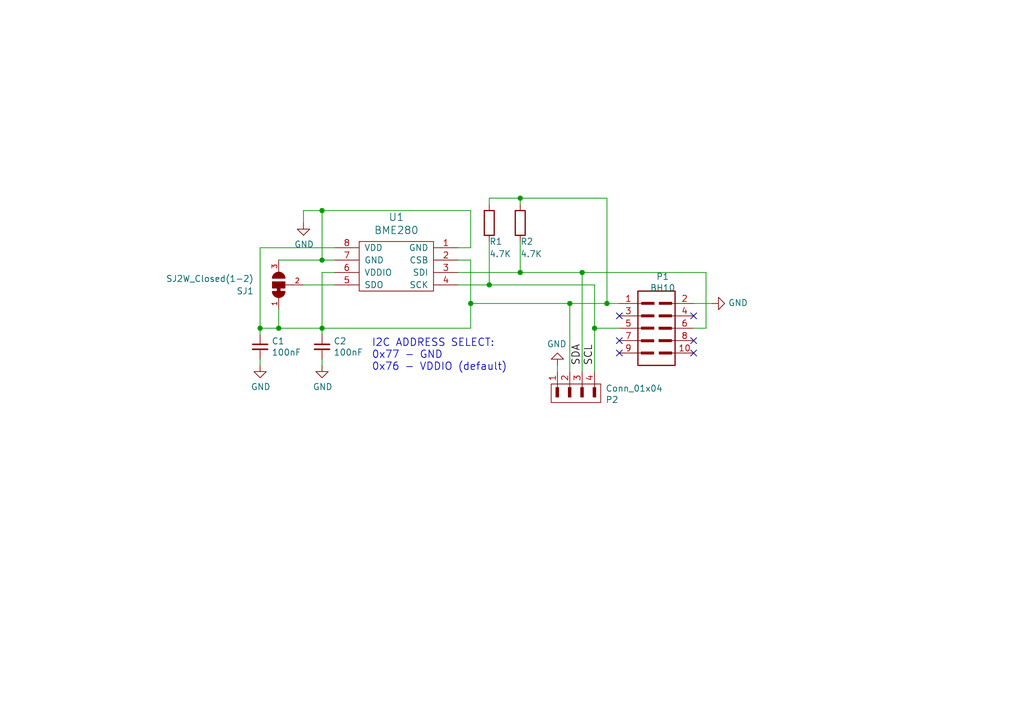
<source format=kicad_sch>
(kicad_sch (version 20230121) (generator eeschema)
  (paper "User" 210.007 148.006)
  (lib_symbols
    (symbol "MOD-BME280_RevA:BH10S" (pin_names (offset 1.016) hide)
      (property "Reference" "CON" (at 0.0508 8.9154 0))
      (property "Value" "BH10S" (at 0.3048 -9.4234 0))
      (symbol "BH10S_0_0"
        (rectangle (start -3.1242 -4.8514) (end -0.5588 -5.3086))
        (rectangle (start -3.1242 -2.3368) (end -0.5588 -2.794))
        (rectangle (start -3.0988 0.254) (end -0.5334 -0.2032))
        (rectangle (start -3.0734 2.7686) (end -0.508 2.3114))
        (rectangle (start -3.048 5.334) (end -0.4826 4.8768))
        (polyline (pts (xy -3.0226 -5.0038) (xy -0.5842 -5.0038) (xy -0.5842 -5.2324) (xy -2.9972 -5.2578) (xy -3.0226 -5.08) (xy -0.7112 -5.08) (xy -0.7112 -5.1562) (xy -2.9972 -5.1054)))
        (polyline (pts (xy -3.0226 0.1016) (xy -0.5842 0.1016) (xy -0.5842 -0.127) (xy -2.9972 -0.1524) (xy -3.0226 0.0254) (xy -0.7112 0.0254) (xy -0.7112 -0.0508) (xy -2.9972 0)))
        (polyline (pts (xy -2.9972 -2.4638) (xy -0.5588 -2.4638) (xy -0.5588 -2.6924) (xy -2.9718 -2.7178) (xy -2.9972 -2.54) (xy -0.6858 -2.54) (xy -0.6858 -2.6162) (xy -2.9718 -2.5654)))
        (polyline (pts (xy -2.9718 2.667) (xy -0.5334 2.667) (xy -0.5334 2.4384) (xy -2.9464 2.413) (xy -2.9718 2.5908) (xy -0.6604 2.5908) (xy -0.6604 2.5146) (xy -2.9464 2.5654)))
        (polyline (pts (xy -2.9464 5.2324) (xy -0.508 5.2324) (xy -0.508 5.0038) (xy -2.921 4.9784) (xy -2.9464 5.1562) (xy -0.635 5.1562) (xy -0.635 5.08) (xy -2.921 5.1308)))
        (polyline (pts (xy 0.5588 0.1016) (xy 2.9972 0.1016) (xy 2.9972 -0.127) (xy 0.5842 -0.1524) (xy 0.5588 0.0254) (xy 2.8702 0.0254) (xy 2.8702 -0.0508) (xy 0.5842 0)))
        (polyline (pts (xy 0.5842 -2.4384) (xy 3.0226 -2.4384) (xy 3.0226 -2.667) (xy 0.6096 -2.6924) (xy 0.5842 -2.5146) (xy 2.8956 -2.5146) (xy 2.8956 -2.5908) (xy 0.6096 -2.54)))
        (polyline (pts (xy 0.5842 2.667) (xy 3.0226 2.667) (xy 3.0226 2.4384) (xy 0.6096 2.413) (xy 0.5842 2.5908) (xy 2.8956 2.5908) (xy 2.8956 2.5146) (xy 0.6096 2.5654)))
        (polyline (pts (xy 0.635 -4.953) (xy 3.0734 -4.953) (xy 3.0734 -5.1816) (xy 0.6604 -5.207) (xy 0.635 -5.0292) (xy 2.9464 -5.0292) (xy 2.9464 -5.1054) (xy 0.6604 -5.0546)))
        (polyline (pts (xy 0.6858 5.2324) (xy 3.1242 5.2324) (xy 3.1242 5.0038) (xy 0.7112 4.9784) (xy 0.6858 5.1562) (xy 2.9972 5.1562) (xy 2.9972 5.08) (xy 0.7112 5.1308)))
        (rectangle (start 0.508 -2.3114) (end 3.0734 -2.7686))
        (rectangle (start 0.508 0.2286) (end 3.0734 -0.2286))
        (rectangle (start 0.5334 2.7686) (end 3.0988 2.3114))
        (rectangle (start 0.5588 -4.8514) (end 3.1242 -5.3086))
        (rectangle (start 0.5588 5.334) (end 3.1242 4.8768))
      )
      (symbol "BH10S_0_1"
        (rectangle (start -3.81 7.62) (end 3.81 -7.62) (stroke (width 0.254)))
        (polyline (pts (xy -3.81 -5.08) (xy -3.048 -5.08)))
        (polyline (pts (xy -3.81 -2.54) (xy -3.048 -2.54)))
        (polyline (pts (xy -3.81 0) (xy -3.048 0)))
        (polyline (pts (xy -3.81 2.54) (xy -3.048 2.54)))
        (polyline (pts (xy -3.81 5.08) (xy -3.048 5.08)))
        (polyline (pts (xy 3.81 -5.08) (xy 3.048 -5.08)))
        (polyline (pts (xy 3.81 -2.54) (xy 3.048 -2.54)))
        (polyline (pts (xy 3.81 0) (xy 3.048 0)))
        (polyline (pts (xy 3.81 2.54) (xy 3.048 2.54)))
        (polyline (pts (xy 3.81 5.08) (xy 3.048 5.08)))
      )
      (symbol "BH10S_1_1"
        (pin passive line (at -7.62 5.08 0) (length 3.7084) (name "1") (number "1"))
        (pin passive line (at 7.62 -5.08 180) (length 3.7084) (name "10") (number "10"))
        (pin passive line (at 7.62 5.08 180) (length 3.7084) (name "2") (number "2"))
        (pin passive line (at -7.62 2.54 0) (length 3.7084) (name "3") (number "3"))
        (pin passive line (at 7.62 2.54 180) (length 3.7084) (name "4") (number "4"))
        (pin passive line (at -7.62 0 0) (length 3.7084) (name "5") (number "5"))
        (pin passive line (at 7.62 0 180) (length 3.7084) (name "6") (number "6"))
        (pin passive line (at -7.62 -2.54 0) (length 3.7084) (name "7") (number "7"))
        (pin passive line (at 7.62 -2.54 180) (length 3.7084) (name "8") (number "8"))
        (pin passive line (at -7.62 -5.08 0) (length 3.7084) (name "9") (number "9"))
      )
    )
    (symbol "MOD-BME280_RevA:BME280" (pin_names (offset 1.016))
      (property "Reference" "U" (at 0 6.35 0))
      (property "Value" "BME280" (at 1.27 -6.35 0))
      (symbol "BME280_0_1"
        (rectangle (start -6.35 5.08) (end 8.89 -5.08))
      )
      (symbol "BME280_1_1"
        (pin power_in line (at 13.97 3.81 180) (length 5.08) (name "GND") (number "1"))
        (pin input line (at 13.97 1.27 180) (length 5.08) (name "CSB") (number "2"))
        (pin bidirectional line (at 13.97 -1.27 180) (length 5.08) (name "SDI") (number "3"))
        (pin input line (at 13.97 -3.81 180) (length 5.08) (name "SCK") (number "4"))
        (pin bidirectional line (at -11.43 -3.81 0) (length 5.08) (name "SDO") (number "5"))
        (pin power_in line (at -11.43 -1.27 0) (length 5.08) (name "VDDIO") (number "6"))
        (pin power_in line (at -11.43 1.27 0) (length 5.08) (name "GND") (number "7"))
        (pin power_in line (at -11.43 3.81 0) (length 5.08) (name "VDD") (number "8"))
      )
    )
    (symbol "MOD-BME280_RevA:CON4" (pin_names (offset 1.016))
      (property "Reference" "CON" (at -1.27 5.08 0))
      (property "Value" "CON4" (at -1.27 -7.62 0))
      (symbol "CON4_0_0"
        (rectangle (start -2.6416 -5.2324) (end -0.8636 -4.8768))
        (rectangle (start -2.6416 -2.6924) (end -0.8636 -2.3368))
        (rectangle (start -2.6416 -0.1524) (end -0.8636 0.2032))
        (rectangle (start -2.6162 -5.1308) (end -0.9652 -5.0292))
        (rectangle (start -2.6162 -2.5908) (end -0.9652 -2.4892))
        (rectangle (start -2.6162 -0.0508) (end -0.9652 0.0508))
        (rectangle (start -2.6162 2.3876) (end -0.8382 2.7432))
        (rectangle (start -2.5908 2.5146) (end -0.9398 2.6162))
        (rectangle (start -0.9652 -4.953) (end -2.6416 -5.1562))
        (rectangle (start -0.9652 -2.413) (end -2.6416 -2.6162))
        (rectangle (start -0.9652 0.127) (end -2.6416 -0.0762))
        (rectangle (start -0.8636 2.6416) (end -2.54 2.4384))
        (rectangle (start -0.7366 -4.7752) (end -2.667 -5.334))
        (rectangle (start -0.7366 -2.2352) (end -2.667 -2.794))
        (rectangle (start -0.7366 0.3048) (end -2.667 -0.254))
        (rectangle (start -0.7366 2.8448) (end -2.667 2.286))
        (polyline (pts (xy 0 -5.08) (xy -0.762 -5.08)))
        (polyline (pts (xy 0 -2.54) (xy -0.762 -2.54)))
        (polyline (pts (xy 0 0) (xy -0.762 0)))
        (polyline (pts (xy 0 2.54) (xy -0.762 2.54)))
      )
      (symbol "CON4_0_1"
        (rectangle (start -3.81 3.81) (end 0 -6.35))
      )
      (symbol "CON4_1_1"
        (pin passive line (at 2.54 2.54 180) (length 2.54) (name "~") (number "1"))
        (pin passive line (at 2.54 0 180) (length 2.54) (name "~") (number "2"))
        (pin passive line (at 2.54 -2.54 180) (length 2.54) (name "~") (number "3"))
        (pin passive line (at 2.54 -5.08 180) (length 2.54) (name "~") (number "4"))
      )
    )
    (symbol "MOD-BME280_RevA:C_Small" (pin_numbers hide) (pin_names (offset 0.254) hide)
      (property "Reference" "C" (at 0.254 1.778 0))
      (property "Value" "C_Small" (at 0.254 -2.032 0))
      (symbol "C_Small_0_1"
        (polyline (pts (xy -1.524 -0.508) (xy 1.524 -0.508)) (stroke (width 0.3302)))
        (polyline (pts (xy -1.524 0.508) (xy 1.524 0.508)) (stroke (width 0.3048)))
      )
      (symbol "C_Small_1_1"
        (pin passive line (at 0 2.54 270) (length 1.905) (name "~") (number "1"))
        (pin passive line (at 0 -2.54 90) (length 2.032) (name "~") (number "2"))
      )
    )
    (symbol "MOD-BME280_RevA:GND" (power) (pin_names (offset 0))
      (property "Value" "GND" (at 0 -3.81 0))
      (symbol "GND_0_1"
        (polyline (pts (xy 0 0) (xy 0 -1.27) (xy 1.27 -1.27) (xy 0 -2.54) (xy -1.27 -1.27) (xy 0 -1.27)))
      )
      (symbol "GND_1_1"
        (pin power_in line (at 0 0 270) (length 0) hide (name "GND") (number "1"))
      )
    )
    (symbol "MOD-BME280_RevA:R" (pin_numbers hide) (pin_names (offset 0))
      (property "Reference" "R" (at 0 2.032 0))
      (property "Value" "R" (at 0 0 0))
      (symbol "R_0_1"
        (rectangle (start 2.54 -1.016) (end -2.54 1.016) (stroke (width 0.254)))
      )
      (symbol "R_1_1"
        (pin passive line (at -3.81 0 0) (length 1.27) (name "~") (number "1"))
        (pin passive line (at 3.81 0 180) (length 1.27) (name "~") (number "2"))
      )
    )
    (symbol "MOD-BME280_RevA:SJ2W_Closed(1-2)" (pin_names (offset 1.016) hide)
      (property "Reference" "SJ" (at 2.54 0.381 0))
      (property "Value" "SJ2W_Closed(1-2)" (at 2.54 -1.905 0))
      (symbol "SJ2W_Closed(1-2)_0_1"
        (polyline (pts (xy 0 1.905) (xy 0 0)) (stroke (width 0.762)))
      )
      (symbol "SJ2W_Closed(1-2)_1_0"
        (polyline (pts (xy -2.54 0) (xy -1.27 0)))
        (polyline (pts (xy -1.27 -0.635) (xy -1.27 0)))
        (polyline (pts (xy -1.27 0) (xy -1.27 0.635)))
        (polyline (pts (xy -1.27 0.635) (xy 1.27 0.635)))
        (polyline (pts (xy 1.27 -0.635) (xy -1.27 -0.635)))
        (polyline (pts (xy 1.27 0.635) (xy 1.27 -0.635)))
      )
      (symbol "SJ2W_Closed(1-2)_1_1"
        (arc (start -1.27 -1.397) (mid 0 -2.5695) (end 1.27 -1.397) (stroke (width 0.254)) (fill (type outline)))
        (rectangle (start -1.27 -0.635) (end 1.27 0.635) (fill (type outline)))
        (polyline (pts (xy -1.1684 1.3716) (xy 1.143 1.3716)) (stroke (width 0.254)))
        (polyline (pts (xy -1.143 -1.397) (xy 1.143 -1.397)) (stroke (width 0.254)))
        (arc (start 1.27 1.397) (mid 0 2.5695) (end -1.27 1.397) (stroke (width 0.254)) (fill (type outline)))
        (pin passive line (at 0 5.08 270) (length 2.54) (name "1") (number "1"))
        (pin passive line (at -5.08 0 0) (length 2.54) (name "2") (number "2"))
        (pin passive line (at 0 -5.08 90) (length 2.54) (name "3") (number "3"))
      )
    )
  )
  (junction (at 119.38 55.88))
  (junction (at 53.34 67.31))
  (junction (at 66.04 53.34))
  (junction (at 106.68 55.88))
  (junction (at 57.15 67.31))
  (junction (at 124.46 62.23))
  (junction (at 66.04 43.18))
  (junction (at 100.33 58.42))
  (junction (at 121.92 67.31))
  (junction (at 106.68 40.64))
  (junction (at 66.04 67.31))
  (junction (at 116.84 62.23))
  (junction (at 96.52 62.23))
  (no_connect (at 142.24 69.85))
  (no_connect (at 127 72.39))
  (no_connect (at 142.24 64.77))
  (no_connect (at 127 69.85))
  (no_connect (at 127 64.77))
  (no_connect (at 142.24 72.39))
  (wire (pts (xy 106.68 55.88) (xy 119.38 55.88)))
  (wire (pts (xy 124.46 40.64) (xy 124.46 62.23)))
  (wire (pts (xy 68.58 50.8) (xy 53.34 50.8)))
  (wire (pts (xy 100.33 49.53) (xy 100.33 58.42)))
  (wire (pts (xy 57.15 53.34) (xy 66.04 53.34)))
  (wire (pts (xy 53.34 67.31) (xy 53.34 68.58)))
  (wire (pts (xy 119.38 55.88) (xy 144.78 55.88)))
  (wire (pts (xy 93.98 53.34) (xy 96.52 53.34)))
  (wire (pts (xy 62.23 43.18) (xy 62.23 45.72)))
  (wire (pts (xy 68.58 55.88) (xy 66.04 55.88)))
  (wire (pts (xy 100.33 58.42) (xy 121.92 58.42)))
  (wire (pts (xy 66.04 67.31) (xy 57.15 67.31)))
  (wire (pts (xy 106.68 49.53) (xy 106.68 55.88)))
  (wire (pts (xy 96.52 62.23) (xy 116.84 62.23)))
  (wire (pts (xy 62.23 43.18) (xy 66.04 43.18)))
  (wire (pts (xy 96.52 53.34) (xy 96.52 62.23)))
  (wire (pts (xy 66.04 67.31) (xy 66.04 68.58)))
  (wire (pts (xy 96.52 67.31) (xy 66.04 67.31)))
  (wire (pts (xy 144.78 55.88) (xy 144.78 67.31)))
  (wire (pts (xy 93.98 58.42) (xy 100.33 58.42)))
  (wire (pts (xy 93.98 55.88) (xy 106.68 55.88)))
  (wire (pts (xy 53.34 73.66) (xy 53.34 74.93)))
  (wire (pts (xy 100.33 40.64) (xy 106.68 40.64)))
  (wire (pts (xy 66.04 53.34) (xy 68.58 53.34)))
  (wire (pts (xy 96.52 62.23) (xy 96.52 67.31)))
  (wire (pts (xy 96.52 50.8) (xy 93.98 50.8)))
  (wire (pts (xy 119.38 76.2) (xy 119.38 55.88)))
  (wire (pts (xy 144.78 67.31) (xy 142.24 67.31)))
  (wire (pts (xy 66.04 53.34) (xy 66.04 43.18)))
  (wire (pts (xy 116.84 62.23) (xy 116.84 76.2)))
  (wire (pts (xy 142.24 62.23) (xy 146.05 62.23)))
  (wire (pts (xy 100.33 41.91) (xy 100.33 40.64)))
  (wire (pts (xy 106.68 41.91) (xy 106.68 40.64)))
  (wire (pts (xy 53.34 50.8) (xy 53.34 67.31)))
  (wire (pts (xy 121.92 67.31) (xy 127 67.31)))
  (wire (pts (xy 116.84 62.23) (xy 124.46 62.23)))
  (wire (pts (xy 114.3 76.2) (xy 114.3 74.93)))
  (wire (pts (xy 96.52 43.18) (xy 96.52 50.8)))
  (wire (pts (xy 66.04 73.66) (xy 66.04 74.93)))
  (wire (pts (xy 121.92 58.42) (xy 121.92 67.31)))
  (wire (pts (xy 106.68 40.64) (xy 124.46 40.64)))
  (wire (pts (xy 57.15 67.31) (xy 53.34 67.31)))
  (wire (pts (xy 66.04 55.88) (xy 66.04 67.31)))
  (wire (pts (xy 121.92 67.31) (xy 121.92 76.2)))
  (wire (pts (xy 57.15 63.5) (xy 57.15 67.31)))
  (wire (pts (xy 62.23 58.42) (xy 68.58 58.42)))
  (wire (pts (xy 66.04 43.18) (xy 96.52 43.18)))
  (wire (pts (xy 124.46 62.23) (xy 127 62.23)))
  (text "I2C ADDRESS SELECT:\n0x77 - GND \n0x76 - VDDIO (default)" (at 76.2 76.2 0) (effects (font (size 1.524 1.524)) (justify left bottom)))
  (label "SCL" (at 121.92 74.93 90) (effects (font (size 1.524 1.524))))
  (label "SDA" (at 119.38 74.93 90) (effects (font (size 1.524 1.524))))
  (symbol (lib_id "MOD-BME280_RevA:GND") (at 62.23 45.72 0) (unit 1)
    (property "Reference" "#PWR01" (effects hide))
    (property "Value" "GND" (at 62.357 50.1142 0))
  )
  (symbol (lib_id "MOD-BME280_RevA:C_Small") (at 53.34 71.12 0) (unit 1)
    (property "Reference" "C1" (at 55.6768 69.9516 0) (effects (justify left)))
    (property "Value" "100nF" (at 55.6768 72.263 0) (effects (justify left)))
    (property "Footprint" "OLIMEX_RLC-FP:C_0603_5MIL_DWS" (effects hide))
  )
  (symbol (lib_id "MOD-BME280_RevA:R") (at 100.33 45.72 270) (unit 1)
    (property "Reference" "R1" (at 100.33 49.53 90) (effects (justify left)))
    (property "Value" "4.7K" (at 100.33 52.07 90) (effects (justify left)))
    (property "Footprint" "OLIMEX_RLC-FP:R_0603_5MIL_DWS" (effects hide))
  )
  (symbol (lib_id "MOD-BME280_RevA:R") (at 106.68 45.72 270) (unit 1)
    (property "Reference" "R2" (at 106.68 49.53 90) (effects (justify left)))
    (property "Value" "4.7K" (at 106.68 52.07 90) (effects (justify left)))
    (property "Footprint" "OLIMEX_RLC-FP:R_0603_5MIL_DWS" (effects hide))
  )
  (symbol (lib_id "MOD-BME280_RevA:GND") (at 53.34 74.93 0) (unit 1)
    (property "Reference" "#PWR02" (effects hide))
    (property "Value" "GND" (at 53.467 79.3242 0))
  )
  (symbol (lib_id "MOD-BME280_RevA:GND") (at 146.05 62.23 90) (unit 1)
    (property "Reference" "#PWR03" (effects hide))
    (property "Value" "GND" (at 149.3012 62.103 90) (effects (justify right)))
  )
  (symbol (lib_id "MOD-BME280_RevA:GND") (at 114.3 74.93 180) (unit 1)
    (property "Reference" "#PWR04" (effects hide))
    (property "Value" "GND" (at 114.173 70.5358 0))
  )
  (symbol (lib_id "MOD-BME280_RevA:BME280") (at 80.01 54.61 0) (unit 1)
    (property "Reference" "U1" (at 81.28 44.5262 0) (effects (font (size 1.524 1.524))))
    (property "Value" "BME280" (at 81.28 47.2186 0) (effects (font (size 1.524 1.524))))
    (property "Footprint" "OLIMEX_IC-FP:BME280" (effects hide))
  )
  (symbol (lib_id "MOD-BME280_RevA:SJ2W_Closed(1-2)") (at 57.15 58.42 180) (unit 1)
    (property "Reference" "SJ1" (at 52.07 59.69 0) (effects (justify left)))
    (property "Value" "SJ2W_Closed(1-2)" (at 52.07 57.15 0) (effects (justify left)))
    (property "Footprint" "OLIMEX_Jumpers-FP:SJ_2_SMALL_12_TIED" (effects hide))
  )
  (symbol (lib_id "MOD-BME280_RevA:C_Small") (at 66.04 71.12 0) (unit 1)
    (property "Reference" "C2" (at 68.3768 69.9516 0) (effects (justify left)))
    (property "Value" "100nF" (at 68.3768 72.263 0) (effects (justify left)))
    (property "Footprint" "OLIMEX_RLC-FP:C_0603_5MIL_DWS" (effects hide))
  )
  (symbol (lib_id "MOD-BME280_RevA:GND") (at 66.04 74.93 0) (unit 1)
    (property "Reference" "#PWR05" (effects hide))
    (property "Value" "GND" (at 66.167 79.3242 0))
  )
  (symbol (lib_id "MOD-BME280_RevA:BH10S") (at 134.62 67.31 0) (unit 1)
    (property "Reference" "P1" (at 135.89 56.7182 0))
    (property "Value" "BH10" (at 135.89 59.0296 0))
    (property "Footprint" "OLIMEX_Connectors-FP:UEXTM-SMD" (effects hide))
  )
  (symbol (lib_id "MOD-BME280_RevA:CON4") (at 116.84 78.74 90) (unit 1)
    (property "Reference" "P2" (at 124.1552 81.9658 90) (effects (justify right)))
    (property "Value" "Conn_01x04" (at 124.1552 79.6544 90) (effects (justify right)))
    (property "Footprint" "OLIMEX_Connectors-FP:SIP4_SMD" (effects hide))
  )
)
</source>
